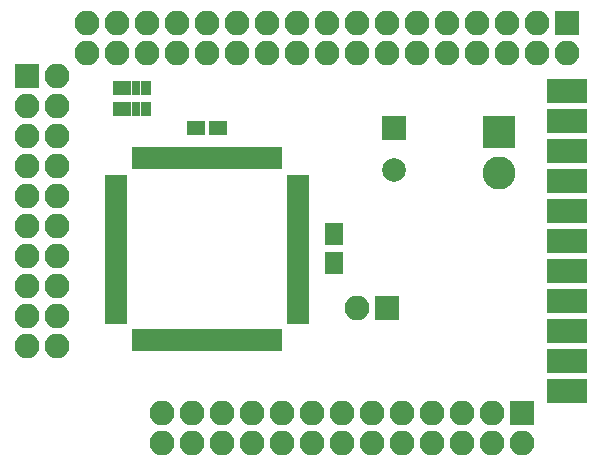
<source format=gts>
G04 #@! TF.FileFunction,Soldermask,Top*
%FSLAX46Y46*%
G04 Gerber Fmt 4.6, Leading zero omitted, Abs format (unit mm)*
G04 Created by KiCad (PCBNEW 4.0.6) date Mon Aug 28 16:48:00 2017*
%MOMM*%
%LPD*%
G01*
G04 APERTURE LIST*
%ADD10C,0.100000*%
%ADD11C,2.800000*%
%ADD12R,2.800000X2.800000*%
%ADD13R,3.400000X2.100000*%
%ADD14R,1.650000X1.900000*%
%ADD15R,1.600000X1.150000*%
%ADD16R,2.000000X2.000000*%
%ADD17C,2.000000*%
%ADD18R,2.100000X2.100000*%
%ADD19O,2.100000X2.100000*%
%ADD20R,1.900000X0.700000*%
%ADD21R,0.700000X1.900000*%
%ADD22R,0.900000X1.200000*%
%ADD23R,0.800000X1.200000*%
G04 APERTURE END LIST*
D10*
D11*
X172085000Y-108585000D03*
D12*
X172085000Y-105085000D03*
D13*
X177800000Y-101600000D03*
X177800000Y-104140000D03*
X177800000Y-106680000D03*
X177800000Y-109220000D03*
X177800000Y-111760000D03*
X177800000Y-114300000D03*
X177800000Y-116840000D03*
X177800000Y-119380000D03*
X177800000Y-121920000D03*
X177800000Y-124460000D03*
X177800000Y-127000000D03*
D14*
X158115000Y-116185000D03*
X158115000Y-113685000D03*
D15*
X148270000Y-104775000D03*
X146370000Y-104775000D03*
D16*
X163195000Y-104775000D03*
D17*
X163195000Y-108275000D03*
D18*
X132080000Y-100330000D03*
D19*
X134620000Y-100330000D03*
X132080000Y-102870000D03*
X134620000Y-102870000D03*
X132080000Y-105410000D03*
X134620000Y-105410000D03*
X132080000Y-107950000D03*
X134620000Y-107950000D03*
X132080000Y-110490000D03*
X134620000Y-110490000D03*
X132080000Y-113030000D03*
X134620000Y-113030000D03*
X132080000Y-115570000D03*
X134620000Y-115570000D03*
X132080000Y-118110000D03*
X134620000Y-118110000D03*
X132080000Y-120650000D03*
X134620000Y-120650000D03*
X132080000Y-123190000D03*
X134620000Y-123190000D03*
D18*
X177800000Y-95885000D03*
D19*
X177800000Y-98425000D03*
X175260000Y-95885000D03*
X175260000Y-98425000D03*
X172720000Y-95885000D03*
X172720000Y-98425000D03*
X170180000Y-95885000D03*
X170180000Y-98425000D03*
X167640000Y-95885000D03*
X167640000Y-98425000D03*
X165100000Y-95885000D03*
X165100000Y-98425000D03*
X162560000Y-95885000D03*
X162560000Y-98425000D03*
X160020000Y-95885000D03*
X160020000Y-98425000D03*
X157480000Y-95885000D03*
X157480000Y-98425000D03*
X154940000Y-95885000D03*
X154940000Y-98425000D03*
X152400000Y-95885000D03*
X152400000Y-98425000D03*
X149860000Y-95885000D03*
X149860000Y-98425000D03*
X147320000Y-95885000D03*
X147320000Y-98425000D03*
X144780000Y-95885000D03*
X144780000Y-98425000D03*
X142240000Y-95885000D03*
X142240000Y-98425000D03*
X139700000Y-95885000D03*
X139700000Y-98425000D03*
X137160000Y-95885000D03*
X137160000Y-98425000D03*
D18*
X162560000Y-120015000D03*
D19*
X160020000Y-120015000D03*
D20*
X139620000Y-109015000D03*
X139620000Y-109515000D03*
X139620000Y-110015000D03*
X139620000Y-110515000D03*
X139620000Y-111015000D03*
X139620000Y-111515000D03*
X139620000Y-112015000D03*
X139620000Y-112515000D03*
X139620000Y-113015000D03*
X139620000Y-113515000D03*
X139620000Y-114015000D03*
X139620000Y-114515000D03*
X139620000Y-115015000D03*
X139620000Y-115515000D03*
X139620000Y-116015000D03*
X139620000Y-116515000D03*
X139620000Y-117015000D03*
X139620000Y-117515000D03*
X139620000Y-118015000D03*
X139620000Y-118515000D03*
X139620000Y-119015000D03*
X139620000Y-119515000D03*
X139620000Y-120015000D03*
X139620000Y-120515000D03*
X139620000Y-121015000D03*
D21*
X141320000Y-122715000D03*
X141820000Y-122715000D03*
X142320000Y-122715000D03*
X142820000Y-122715000D03*
X143320000Y-122715000D03*
X143820000Y-122715000D03*
X144320000Y-122715000D03*
X144820000Y-122715000D03*
X145320000Y-122715000D03*
X145820000Y-122715000D03*
X146320000Y-122715000D03*
X146820000Y-122715000D03*
X147320000Y-122715000D03*
X147820000Y-122715000D03*
X148320000Y-122715000D03*
X148820000Y-122715000D03*
X149320000Y-122715000D03*
X149820000Y-122715000D03*
X150320000Y-122715000D03*
X150820000Y-122715000D03*
X151320000Y-122715000D03*
X151820000Y-122715000D03*
X152320000Y-122715000D03*
X152820000Y-122715000D03*
X153320000Y-122715000D03*
D20*
X155020000Y-121015000D03*
X155020000Y-120515000D03*
X155020000Y-120015000D03*
X155020000Y-119515000D03*
X155020000Y-119015000D03*
X155020000Y-118515000D03*
X155020000Y-118015000D03*
X155020000Y-117515000D03*
X155020000Y-117015000D03*
X155020000Y-116515000D03*
X155020000Y-116015000D03*
X155020000Y-115515000D03*
X155020000Y-115015000D03*
X155020000Y-114515000D03*
X155020000Y-114015000D03*
X155020000Y-113515000D03*
X155020000Y-113015000D03*
X155020000Y-112515000D03*
X155020000Y-112015000D03*
X155020000Y-111515000D03*
X155020000Y-111015000D03*
X155020000Y-110515000D03*
X155020000Y-110015000D03*
X155020000Y-109515000D03*
X155020000Y-109015000D03*
D21*
X153320000Y-107315000D03*
X152820000Y-107315000D03*
X152320000Y-107315000D03*
X151820000Y-107315000D03*
X151320000Y-107315000D03*
X150820000Y-107315000D03*
X150320000Y-107315000D03*
X149820000Y-107315000D03*
X149320000Y-107315000D03*
X148820000Y-107315000D03*
X148320000Y-107315000D03*
X147820000Y-107315000D03*
X147320000Y-107315000D03*
X146820000Y-107315000D03*
X146320000Y-107315000D03*
X145820000Y-107315000D03*
X145320000Y-107315000D03*
X144820000Y-107315000D03*
X144320000Y-107315000D03*
X143820000Y-107315000D03*
X143320000Y-107315000D03*
X142820000Y-107315000D03*
X142320000Y-107315000D03*
X141820000Y-107315000D03*
X141320000Y-107315000D03*
D18*
X173990000Y-128905000D03*
D19*
X173990000Y-131445000D03*
X171450000Y-128905000D03*
X171450000Y-131445000D03*
X168910000Y-128905000D03*
X168910000Y-131445000D03*
X166370000Y-128905000D03*
X166370000Y-131445000D03*
X163830000Y-128905000D03*
X163830000Y-131445000D03*
X161290000Y-128905000D03*
X161290000Y-131445000D03*
X158750000Y-128905000D03*
X158750000Y-131445000D03*
X156210000Y-128905000D03*
X156210000Y-131445000D03*
X153670000Y-128905000D03*
X153670000Y-131445000D03*
X151130000Y-128905000D03*
X151130000Y-131445000D03*
X148590000Y-128905000D03*
X148590000Y-131445000D03*
X146050000Y-128905000D03*
X146050000Y-131445000D03*
X143510000Y-128905000D03*
X143510000Y-131445000D03*
D22*
X139770000Y-103135000D03*
D23*
X141370000Y-103135000D03*
X140570000Y-103135000D03*
D22*
X142170000Y-103135000D03*
D23*
X140570000Y-101335000D03*
D22*
X139770000Y-101335000D03*
D23*
X141370000Y-101335000D03*
D22*
X142170000Y-101335000D03*
M02*

</source>
